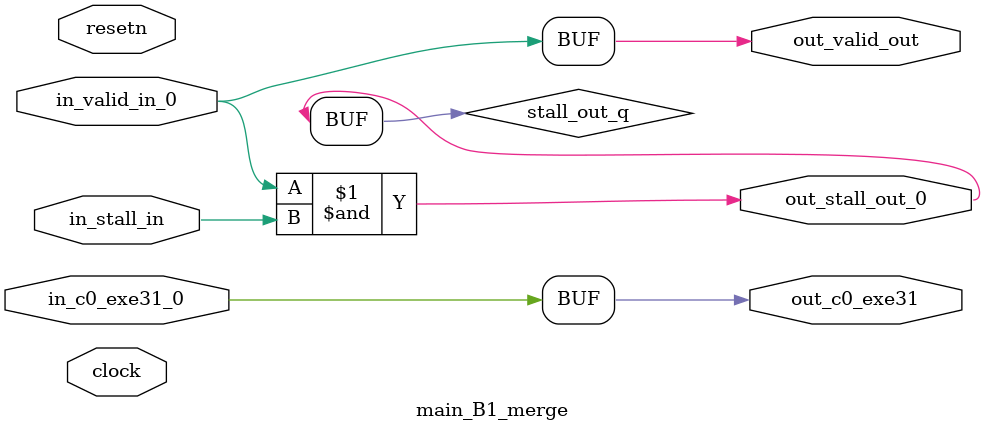
<source format=sv>



(* altera_attribute = "-name AUTO_SHIFT_REGISTER_RECOGNITION OFF; -name MESSAGE_DISABLE 10036; -name MESSAGE_DISABLE 10037; -name MESSAGE_DISABLE 14130; -name MESSAGE_DISABLE 14320; -name MESSAGE_DISABLE 15400; -name MESSAGE_DISABLE 14130; -name MESSAGE_DISABLE 10036; -name MESSAGE_DISABLE 12020; -name MESSAGE_DISABLE 12030; -name MESSAGE_DISABLE 12010; -name MESSAGE_DISABLE 12110; -name MESSAGE_DISABLE 14320; -name MESSAGE_DISABLE 13410; -name MESSAGE_DISABLE 113007; -name MESSAGE_DISABLE 10958" *)
module main_B1_merge (
    input wire [0:0] in_c0_exe31_0,
    input wire [0:0] in_stall_in,
    input wire [0:0] in_valid_in_0,
    output wire [0:0] out_c0_exe31,
    output wire [0:0] out_stall_out_0,
    output wire [0:0] out_valid_out,
    input wire clock,
    input wire resetn
    );

    wire [0:0] stall_out_q;


    // out_c0_exe31(GPOUT,5)
    assign out_c0_exe31 = in_c0_exe31_0;

    // stall_out(LOGICAL,8)
    assign stall_out_q = in_valid_in_0 & in_stall_in;

    // out_stall_out_0(GPOUT,6)
    assign out_stall_out_0 = stall_out_q;

    // out_valid_out(GPOUT,7)
    assign out_valid_out = in_valid_in_0;

endmodule

</source>
